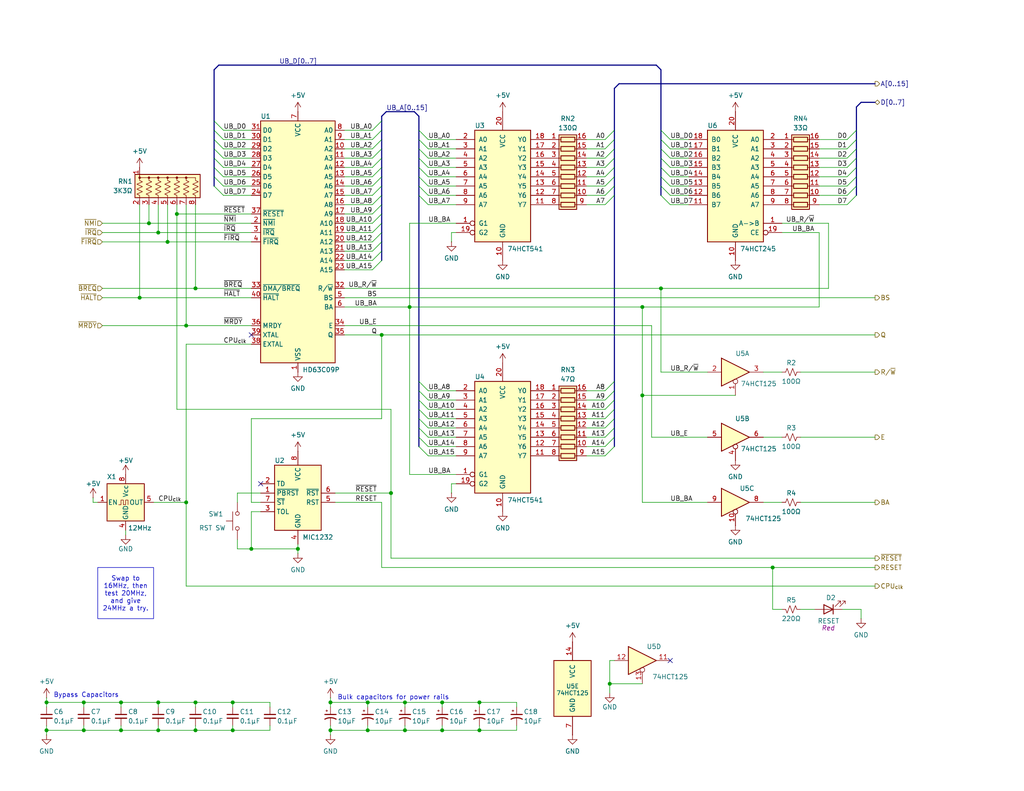
<source format=kicad_sch>
(kicad_sch (version 20250114) (generator "eeschema") (generator_version "9.0")
  (paper "USLetter")
  (title_block (title "CPU - Reset - Bus Buffers") (date "2025-12-01") (rev "2.0") (company "MicroHobbyist") (comment 1 "Frédéric Segard"))
  (text "Bypass Capacitors" (at 14.605 189.865 0) (effects (font (size 1.27 1.27)) (justify left)))
  (text "Bulk capacitors for power rails" (at 92.075 190.5 0) (effects (font (size 1.27 1.27)) (justify left)))
  (text_box "Swap to 16MHz, then test 20MHz, and give 24MHz a try." (at 26.67 154.94 0) (size 15.24 13.97) (margins 0.9525 0.9525 0.9525 0.9525) (effects (font (size 1.27 1.27))))
  (junction (at 81.28 149.86))
  (junction (at 33.02 199.39))
  (junction (at 90.17 199.39))
  (junction (at 106.68 134.62))
  (junction (at 43.18 199.39))
  (junction (at 130.81 191.77))
  (junction (at 120.65 191.77))
  (junction (at 175.26 83.82))
  (junction (at 104.14 91.44))
  (junction (at 166.37 186.69))
  (junction (at 100.33 199.39))
  (junction (at 180.34 78.74))
  (junction (at 53.34 191.77))
  (junction (at 53.34 78.74))
  (junction (at 53.34 199.39))
  (junction (at 210.82 154.94))
  (junction (at 12.7 191.77))
  (junction (at 43.18 191.77))
  (junction (at 110.49 191.77))
  (junction (at 111.76 83.82))
  (junction (at 22.86 199.39))
  (junction (at 90.17 191.77))
  (junction (at 38.1 81.28))
  (junction (at 68.58 149.86))
  (junction (at 100.33 191.77))
  (junction (at 130.81 199.39))
  (junction (at 45.72 66.04))
  (junction (at 63.5 191.77))
  (junction (at 43.18 63.5))
  (junction (at 175.26 107.95))
  (junction (at 50.8 137.16))
  (junction (at 22.86 191.77))
  (junction (at 12.7 199.39))
  (junction (at 33.02 191.77))
  (junction (at 63.5 199.39))
  (junction (at 110.49 199.39))
  (junction (at 40.64 60.96))
  (junction (at 48.26 58.42))
  (junction (at 50.8 88.9))
  (junction (at 120.65 199.39))
  (no_connect (at 68.58 91.44))
  (no_connect (at 182.88 180.34))
  (no_connect (at 71.12 132.08))
  (bus_entry (at 58.42 48.26) (size 2.54 2.54))
  (bus_entry (at 180.34 53.34) (size 2.54 2.54))
  (bus_entry (at 101.6 73.66) (size 2.54 -2.54))
  (bus_entry (at 165.1 53.34) (size 2.54 -2.54))
  (bus_entry (at 58.42 45.72) (size 2.54 2.54))
  (bus_entry (at 114.3 111.76) (size 2.54 2.54))
  (bus_entry (at 231.14 48.26) (size 2.54 -2.54))
  (bus_entry (at 114.3 43.18) (size 2.54 2.54))
  (bus_entry (at 180.34 43.18) (size 2.54 2.54))
  (bus_entry (at 180.34 38.1) (size 2.54 2.54))
  (bus_entry (at 165.1 114.3) (size 2.54 -2.54))
  (bus_entry (at 231.14 43.18) (size 2.54 -2.54))
  (bus_entry (at 165.1 43.18) (size 2.54 -2.54))
  (bus_entry (at 165.1 124.46) (size 2.54 -2.54))
  (bus_entry (at 231.14 38.1) (size 2.54 -2.54))
  (bus_entry (at 114.3 38.1) (size 2.54 2.54))
  (bus_entry (at 114.3 114.3) (size 2.54 2.54))
  (bus_entry (at 180.34 45.72) (size 2.54 2.54))
  (bus_entry (at 165.1 38.1) (size 2.54 -2.54))
  (bus_entry (at 101.6 43.18) (size 2.54 -2.54))
  (bus_entry (at 114.3 109.22) (size 2.54 2.54))
  (bus_entry (at 101.6 48.26) (size 2.54 -2.54))
  (bus_entry (at 165.1 106.68) (size 2.54 -2.54))
  (bus_entry (at 101.6 58.42) (size 2.54 -2.54))
  (bus_entry (at 180.34 50.8) (size 2.54 2.54))
  (bus_entry (at 165.1 45.72) (size 2.54 -2.54))
  (bus_entry (at 58.42 43.18) (size 2.54 2.54))
  (bus_entry (at 165.1 48.26) (size 2.54 -2.54))
  (bus_entry (at 114.3 106.68) (size 2.54 2.54))
  (bus_entry (at 114.3 119.38) (size 2.54 2.54))
  (bus_entry (at 165.1 119.38) (size 2.54 -2.54))
  (bus_entry (at 101.6 40.64) (size 2.54 -2.54))
  (bus_entry (at 165.1 40.64) (size 2.54 -2.54))
  (bus_entry (at 180.34 35.56) (size 2.54 2.54))
  (bus_entry (at 58.42 50.8) (size 2.54 2.54))
  (bus_entry (at 58.42 33.02) (size 2.54 2.54))
  (bus_entry (at 114.3 35.56) (size 2.54 2.54))
  (bus_entry (at 180.34 40.64) (size 2.54 2.54))
  (bus_entry (at 58.42 38.1) (size 2.54 2.54))
  (bus_entry (at 58.42 35.56) (size 2.54 2.54))
  (bus_entry (at 114.3 50.8) (size 2.54 2.54))
  (bus_entry (at 101.6 66.04) (size 2.54 -2.54))
  (bus_entry (at 114.3 104.14) (size 2.54 2.54))
  (bus_entry (at 165.1 111.76) (size 2.54 -2.54))
  (bus_entry (at 231.14 45.72) (size 2.54 -2.54))
  (bus_entry (at 165.1 116.84) (size 2.54 -2.54))
  (bus_entry (at 114.3 45.72) (size 2.54 2.54))
  (bus_entry (at 165.1 50.8) (size 2.54 -2.54))
  (bus_entry (at 114.3 116.84) (size 2.54 2.54))
  (bus_entry (at 180.34 48.26) (size 2.54 2.54))
  (bus_entry (at 101.6 45.72) (size 2.54 -2.54))
  (bus_entry (at 114.3 40.64) (size 2.54 2.54))
  (bus_entry (at 101.6 55.88) (size 2.54 -2.54))
  (bus_entry (at 231.14 50.8) (size 2.54 -2.54))
  (bus_entry (at 101.6 71.12) (size 2.54 -2.54))
  (bus_entry (at 114.3 48.26) (size 2.54 2.54))
  (bus_entry (at 231.14 55.88) (size 2.54 -2.54))
  (bus_entry (at 114.3 121.92) (size 2.54 2.54))
  (bus_entry (at 101.6 53.34) (size 2.54 -2.54))
  (bus_entry (at 101.6 60.96) (size 2.54 -2.54))
  (bus_entry (at 231.14 40.64) (size 2.54 -2.54))
  (bus_entry (at 165.1 121.92) (size 2.54 -2.54))
  (bus_entry (at 101.6 35.56) (size 2.54 -2.54))
  (bus_entry (at 231.14 53.34) (size 2.54 -2.54))
  (bus_entry (at 101.6 38.1) (size 2.54 -2.54))
  (bus_entry (at 101.6 63.5) (size 2.54 -2.54))
  (bus_entry (at 165.1 55.88) (size 2.54 -2.54))
  (bus_entry (at 101.6 50.8) (size 2.54 -2.54))
  (bus_entry (at 101.6 68.58) (size 2.54 -2.54))
  (bus_entry (at 114.3 53.34) (size 2.54 2.54))
  (bus_entry (at 165.1 109.22) (size 2.54 -2.54))
  (bus_entry (at 58.42 40.64) (size 2.54 2.54))
  (wire (pts (xy 53.34 198.12) (xy 53.34 199.39)))
  (wire (pts (xy 124.46 124.46) (xy 116.84 124.46)))
  (wire (pts (xy 40.64 55.88) (xy 40.64 60.96)))
  (wire (pts (xy 111.76 60.96) (xy 111.76 83.82)))
  (wire (pts (xy 124.46 119.38) (xy 116.84 119.38)))
  (wire (pts (xy 175.26 83.82) (xy 175.26 107.95)))
  (bus (pts (xy 104.14 38.1) (xy 104.14 40.64)))
  (bus (pts (xy 180.34 19.05) (xy 180.34 35.56)))
  (bus (pts (xy 114.3 116.84) (xy 114.3 119.38)))
  (bus (pts (xy 105.41 30.48) (xy 113.03 30.48)))
  (bus (pts (xy 104.14 43.18) (xy 104.14 45.72)))
  (wire (pts (xy 111.76 83.82) (xy 111.76 129.54)))
  (wire (pts (xy 160.02 106.68) (xy 165.1 106.68)))
  (wire (pts (xy 93.98 88.9) (xy 177.8 88.9)))
  (wire (pts (xy 160.02 40.64) (xy 165.1 40.64)))
  (wire (pts (xy 48.26 58.42) (xy 68.58 58.42)))
  (wire (pts (xy 27.94 78.74) (xy 53.34 78.74)))
  (wire (pts (xy 64.77 149.86) (xy 68.58 149.86)))
  (wire (pts (xy 93.98 50.8) (xy 101.6 50.8)))
  (wire (pts (xy 110.49 199.39) (xy 120.65 199.39)))
  (wire (pts (xy 182.88 53.34) (xy 187.96 53.34)))
  (wire (pts (xy 93.98 71.12) (xy 101.6 71.12)))
  (bus (pts (xy 233.68 29.21) (xy 233.68 35.56)))
  (bus (pts (xy 58.42 40.64) (xy 58.42 38.1)))
  (wire (pts (xy 33.02 191.77) (xy 43.18 191.77)))
  (bus (pts (xy 104.14 33.02) (xy 104.14 35.56)))
  (wire (pts (xy 100.33 191.77) (xy 100.33 193.04)))
  (wire (pts (xy 68.58 139.7) (xy 68.58 149.86)))
  (wire (pts (xy 104.14 91.44) (xy 238.76 91.44)))
  (wire (pts (xy 60.96 48.26) (xy 68.58 48.26)))
  (wire (pts (xy 27.94 60.96) (xy 40.64 60.96)))
  (wire (pts (xy 93.98 83.82) (xy 111.76 83.82)))
  (wire (pts (xy 90.17 191.77) (xy 90.17 193.04)))
  (bus (pts (xy 234.95 27.94) (xy 238.76 27.94)))
  (wire (pts (xy 110.49 191.77) (xy 120.65 191.77)))
  (wire (pts (xy 64.77 134.62) (xy 71.12 134.62)))
  (wire (pts (xy 226.06 60.96) (xy 226.06 78.74)))
  (wire (pts (xy 160.02 45.72) (xy 165.1 45.72)))
  (wire (pts (xy 208.28 119.38) (xy 213.36 119.38)))
  (wire (pts (xy 43.18 63.5) (xy 68.58 63.5)))
  (wire (pts (xy 140.97 191.77) (xy 140.97 193.04)))
  (wire (pts (xy 27.94 81.28) (xy 38.1 81.28)))
  (wire (pts (xy 166.37 186.69) (xy 166.37 189.23)))
  (bus (pts (xy 167.64 53.34) (xy 167.64 50.8)))
  (wire (pts (xy 40.64 60.96) (xy 68.58 60.96)))
  (bus (pts (xy 104.14 58.42) (xy 104.14 60.96)))
  (wire (pts (xy 160.02 111.76) (xy 165.1 111.76)))
  (wire (pts (xy 33.02 191.77) (xy 33.02 193.04)))
  (bus (pts (xy 114.3 35.56) (xy 114.3 38.1)))
  (bus (pts (xy 167.64 121.92) (xy 167.64 119.38)))
  (wire (pts (xy 93.98 60.96) (xy 101.6 60.96)))
  (wire (pts (xy 27.94 66.04) (xy 45.72 66.04)))
  (wire (pts (xy 123.19 63.5) (xy 123.19 66.04)))
  (bus (pts (xy 104.14 31.75) (xy 104.14 33.02)))
  (wire (pts (xy 53.34 191.77) (xy 53.34 193.04)))
  (wire (pts (xy 120.65 199.39) (xy 130.81 199.39)))
  (wire (pts (xy 91.44 134.62) (xy 106.68 134.62)))
  (wire (pts (xy 60.96 43.18) (xy 68.58 43.18)))
  (wire (pts (xy 180.34 78.74) (xy 180.34 101.6)))
  (wire (pts (xy 223.52 53.34) (xy 231.14 53.34)))
  (wire (pts (xy 50.8 55.88) (xy 50.8 88.9)))
  (wire (pts (xy 166.37 186.69) (xy 175.26 186.69)))
  (bus (pts (xy 180.34 50.8) (xy 180.34 48.26)))
  (bus (pts (xy 233.68 35.56) (xy 233.68 38.1)))
  (bus (pts (xy 114.3 31.75) (xy 114.3 35.56)))
  (wire (pts (xy 130.81 191.77) (xy 130.81 193.04)))
  (wire (pts (xy 53.34 191.77) (xy 63.5 191.77)))
  (wire (pts (xy 63.5 199.39) (xy 73.66 199.39)))
  (bus (pts (xy 104.14 53.34) (xy 104.14 55.88)))
  (wire (pts (xy 33.02 198.12) (xy 33.02 199.39)))
  (wire (pts (xy 48.26 55.88) (xy 48.26 58.42)))
  (wire (pts (xy 160.02 116.84) (xy 165.1 116.84)))
  (wire (pts (xy 140.97 198.12) (xy 140.97 199.39)))
  (wire (pts (xy 177.8 119.38) (xy 193.04 119.38)))
  (wire (pts (xy 60.96 50.8) (xy 68.58 50.8)))
  (wire (pts (xy 64.77 134.62) (xy 64.77 137.16)))
  (wire (pts (xy 106.68 111.76) (xy 106.68 134.62)))
  (wire (pts (xy 93.98 81.28) (xy 238.76 81.28)))
  (wire (pts (xy 100.33 191.77) (xy 110.49 191.77)))
  (wire (pts (xy 48.26 58.42) (xy 48.26 111.76)))
  (wire (pts (xy 124.46 53.34) (xy 116.84 53.34)))
  (wire (pts (xy 177.8 88.9) (xy 177.8 119.38)))
  (wire (pts (xy 166.37 180.34) (xy 167.64 180.34)))
  (wire (pts (xy 93.98 35.56) (xy 101.6 35.56)))
  (bus (pts (xy 104.14 60.96) (xy 104.14 63.5)))
  (bus (pts (xy 104.14 66.04) (xy 104.14 68.58)))
  (wire (pts (xy 93.98 63.5) (xy 101.6 63.5)))
  (wire (pts (xy 68.58 114.3) (xy 68.58 137.16)))
  (bus (pts (xy 167.64 104.14) (xy 167.64 53.34)))
  (wire (pts (xy 43.18 191.77) (xy 53.34 191.77)))
  (wire (pts (xy 180.34 101.6) (xy 193.04 101.6)))
  (wire (pts (xy 124.46 48.26) (xy 116.84 48.26)))
  (wire (pts (xy 50.8 93.98) (xy 50.8 137.16)))
  (wire (pts (xy 73.66 198.12) (xy 73.66 199.39)))
  (wire (pts (xy 93.98 55.88) (xy 101.6 55.88)))
  (wire (pts (xy 22.86 199.39) (xy 33.02 199.39)))
  (wire (pts (xy 64.77 147.32) (xy 64.77 149.86)))
  (wire (pts (xy 63.5 191.77) (xy 73.66 191.77)))
  (bus (pts (xy 59.69 17.78) (xy 179.07 17.78)))
  (wire (pts (xy 166.37 180.34) (xy 166.37 186.69)))
  (bus (pts (xy 167.64 45.72) (xy 167.64 43.18)))
  (wire (pts (xy 22.86 198.12) (xy 22.86 199.39)))
  (wire (pts (xy 93.98 91.44) (xy 104.14 91.44)))
  (wire (pts (xy 123.19 132.08) (xy 124.46 132.08)))
  (bus (pts (xy 180.34 48.26) (xy 180.34 45.72)))
  (wire (pts (xy 223.52 50.8) (xy 231.14 50.8)))
  (wire (pts (xy 43.18 199.39) (xy 53.34 199.39)))
  (wire (pts (xy 45.72 55.88) (xy 45.72 66.04)))
  (wire (pts (xy 180.34 78.74) (xy 226.06 78.74)))
  (wire (pts (xy 123.19 132.08) (xy 123.19 134.62)))
  (wire (pts (xy 93.98 38.1) (xy 101.6 38.1)))
  (wire (pts (xy 106.68 152.4) (xy 238.76 152.4)))
  (bus (pts (xy 104.14 48.26) (xy 104.14 50.8)))
  (wire (pts (xy 60.96 40.64) (xy 68.58 40.64)))
  (wire (pts (xy 38.1 55.88) (xy 38.1 81.28)))
  (wire (pts (xy 124.46 114.3) (xy 116.84 114.3)))
  (wire (pts (xy 124.46 38.1) (xy 116.84 38.1)))
  (wire (pts (xy 175.26 107.95) (xy 175.26 137.16)))
  (wire (pts (xy 223.52 45.72) (xy 231.14 45.72)))
  (wire (pts (xy 182.88 45.72) (xy 187.96 45.72)))
  (wire (pts (xy 22.86 191.77) (xy 22.86 193.04)))
  (wire (pts (xy 12.7 191.77) (xy 12.7 193.04)))
  (wire (pts (xy 60.96 53.34) (xy 68.58 53.34)))
  (bus (pts (xy 114.3 43.18) (xy 114.3 45.72)))
  (bus (pts (xy 114.3 53.34) (xy 114.3 104.14)))
  (bus (pts (xy 167.64 109.22) (xy 167.64 106.68)))
  (wire (pts (xy 123.19 63.5) (xy 124.46 63.5)))
  (wire (pts (xy 223.52 63.5) (xy 223.52 83.82)))
  (wire (pts (xy 111.76 129.54) (xy 124.46 129.54)))
  (wire (pts (xy 12.7 199.39) (xy 22.86 199.39)))
  (bus (pts (xy 58.42 48.26) (xy 58.42 45.72)))
  (wire (pts (xy 50.8 160.02) (xy 238.76 160.02)))
  (wire (pts (xy 43.18 191.77) (xy 43.18 193.04)))
  (bus (pts (xy 104.14 45.72) (xy 104.14 48.26)))
  (wire (pts (xy 12.7 191.77) (xy 22.86 191.77)))
  (wire (pts (xy 120.65 198.12) (xy 120.65 199.39)))
  (wire (pts (xy 124.46 55.88) (xy 116.84 55.88)))
  (wire (pts (xy 50.8 93.98) (xy 68.58 93.98)))
  (wire (pts (xy 218.44 119.38) (xy 238.76 119.38)))
  (bus (pts (xy 180.34 53.34) (xy 180.34 50.8)))
  (wire (pts (xy 182.88 50.8) (xy 187.96 50.8)))
  (bus (pts (xy 180.34 40.64) (xy 180.34 38.1)))
  (wire (pts (xy 27.94 88.9) (xy 50.8 88.9)))
  (wire (pts (xy 53.34 78.74) (xy 68.58 78.74)))
  (wire (pts (xy 63.5 191.77) (xy 63.5 193.04)))
  (bus (pts (xy 114.3 104.14) (xy 114.3 106.68)))
  (bus (pts (xy 167.64 106.68) (xy 167.64 104.14)))
  (wire (pts (xy 213.36 60.96) (xy 226.06 60.96)))
  (wire (pts (xy 90.17 190.5) (xy 90.17 191.77)))
  (bus (pts (xy 167.64 35.56) (xy 167.64 24.13)))
  (bus (pts (xy 167.64 50.8) (xy 167.64 48.26)))
  (wire (pts (xy 175.26 137.16) (xy 193.04 137.16)))
  (bus (pts (xy 114.3 119.38) (xy 114.3 121.92)))
  (bus (pts (xy 167.64 38.1) (xy 167.64 35.56)))
  (wire (pts (xy 25.4 135.89) (xy 25.4 137.16)))
  (wire (pts (xy 93.98 66.04) (xy 101.6 66.04)))
  (bus (pts (xy 180.34 38.1) (xy 180.34 35.56)))
  (bus (pts (xy 114.3 48.26) (xy 114.3 50.8)))
  (wire (pts (xy 213.36 63.5) (xy 223.52 63.5)))
  (bus (pts (xy 114.3 109.22) (xy 114.3 111.76)))
  (wire (pts (xy 210.82 154.94) (xy 210.82 166.37)))
  (bus (pts (xy 58.42 38.1) (xy 58.42 35.56)))
  (wire (pts (xy 210.82 154.94) (xy 238.76 154.94)))
  (wire (pts (xy 208.28 101.6) (xy 213.36 101.6)))
  (bus (pts (xy 180.34 19.05) (xy 179.07 17.78)))
  (wire (pts (xy 223.52 43.18) (xy 231.14 43.18)))
  (wire (pts (xy 160.02 50.8) (xy 165.1 50.8)))
  (wire (pts (xy 160.02 121.92) (xy 165.1 121.92)))
  (bus (pts (xy 167.64 114.3) (xy 167.64 111.76)))
  (bus (pts (xy 233.68 40.64) (xy 233.68 43.18)))
  (wire (pts (xy 182.88 48.26) (xy 187.96 48.26)))
  (bus (pts (xy 180.34 45.72) (xy 180.34 43.18)))
  (wire (pts (xy 68.58 114.3) (xy 104.14 114.3)))
  (wire (pts (xy 160.02 119.38) (xy 165.1 119.38)))
  (wire (pts (xy 160.02 43.18) (xy 165.1 43.18)))
  (wire (pts (xy 50.8 88.9) (xy 68.58 88.9)))
  (wire (pts (xy 93.98 53.34) (xy 101.6 53.34)))
  (bus (pts (xy 167.64 111.76) (xy 167.64 109.22)))
  (bus (pts (xy 58.42 19.05) (xy 59.69 17.78)))
  (wire (pts (xy 60.96 38.1) (xy 68.58 38.1)))
  (wire (pts (xy 12.7 190.5) (xy 12.7 191.77)))
  (wire (pts (xy 223.52 40.64) (xy 231.14 40.64)))
  (wire (pts (xy 43.18 198.12) (xy 43.18 199.39)))
  (wire (pts (xy 120.65 191.77) (xy 130.81 191.77)))
  (wire (pts (xy 100.33 199.39) (xy 110.49 199.39)))
  (wire (pts (xy 208.28 137.16) (xy 213.36 137.16)))
  (wire (pts (xy 124.46 109.22) (xy 116.84 109.22)))
  (bus (pts (xy 167.64 119.38) (xy 167.64 116.84)))
  (wire (pts (xy 175.26 107.95) (xy 200.66 107.95)))
  (wire (pts (xy 218.44 101.6) (xy 238.76 101.6)))
  (bus (pts (xy 168.91 22.86) (xy 238.76 22.86)))
  (wire (pts (xy 106.68 134.62) (xy 106.68 152.4)))
  (wire (pts (xy 104.14 91.44) (xy 104.14 114.3)))
  (wire (pts (xy 223.52 38.1) (xy 231.14 38.1)))
  (bus (pts (xy 114.3 106.68) (xy 114.3 109.22)))
  (bus (pts (xy 180.34 43.18) (xy 180.34 40.64)))
  (wire (pts (xy 25.4 137.16) (xy 26.67 137.16)))
  (bus (pts (xy 104.14 50.8) (xy 104.14 53.34)))
  (wire (pts (xy 124.46 45.72) (xy 116.84 45.72)))
  (bus (pts (xy 104.14 31.75) (xy 105.41 30.48)))
  (bus (pts (xy 114.3 45.72) (xy 114.3 48.26)))
  (wire (pts (xy 182.88 43.18) (xy 187.96 43.18)))
  (wire (pts (xy 91.44 137.16) (xy 104.14 137.16)))
  (wire (pts (xy 218.44 137.16) (xy 238.76 137.16)))
  (wire (pts (xy 110.49 198.12) (xy 110.49 199.39)))
  (wire (pts (xy 93.98 68.58) (xy 101.6 68.58)))
  (wire (pts (xy 210.82 166.37) (xy 213.36 166.37)))
  (bus (pts (xy 233.68 45.72) (xy 233.68 48.26)))
  (wire (pts (xy 90.17 198.12) (xy 90.17 199.39)))
  (bus (pts (xy 233.68 29.21) (xy 234.95 27.94)))
  (wire (pts (xy 93.98 43.18) (xy 101.6 43.18)))
  (wire (pts (xy 33.02 199.39) (xy 43.18 199.39)))
  (wire (pts (xy 27.94 63.5) (xy 43.18 63.5)))
  (wire (pts (xy 93.98 45.72) (xy 101.6 45.72)))
  (wire (pts (xy 90.17 199.39) (xy 90.17 200.66)))
  (wire (pts (xy 160.02 53.34) (xy 165.1 53.34)))
  (bus (pts (xy 114.3 111.76) (xy 114.3 114.3)))
  (bus (pts (xy 167.64 48.26) (xy 167.64 45.72)))
  (wire (pts (xy 43.18 55.88) (xy 43.18 63.5)))
  (bus (pts (xy 233.68 38.1) (xy 233.68 40.64)))
  (wire (pts (xy 104.14 154.94) (xy 210.82 154.94)))
  (wire (pts (xy 68.58 137.16) (xy 71.12 137.16)))
  (wire (pts (xy 111.76 60.96) (xy 124.46 60.96)))
  (bus (pts (xy 58.42 35.56) (xy 58.42 33.02)))
  (wire (pts (xy 234.95 166.37) (xy 234.95 168.91)))
  (wire (pts (xy 48.26 111.76) (xy 106.68 111.76)))
  (bus (pts (xy 104.14 55.88) (xy 104.14 58.42)))
  (bus (pts (xy 104.14 63.5) (xy 104.14 66.04)))
  (wire (pts (xy 160.02 55.88) (xy 165.1 55.88)))
  (wire (pts (xy 160.02 124.46) (xy 165.1 124.46)))
  (bus (pts (xy 58.42 50.8) (xy 58.42 48.26)))
  (bus (pts (xy 114.3 50.8) (xy 114.3 53.34)))
  (wire (pts (xy 223.52 55.88) (xy 231.14 55.88)))
  (bus (pts (xy 167.64 116.84) (xy 167.64 114.3)))
  (wire (pts (xy 53.34 55.88) (xy 53.34 78.74)))
  (wire (pts (xy 130.81 198.12) (xy 130.81 199.39)))
  (bus (pts (xy 233.68 50.8) (xy 233.68 53.34)))
  (wire (pts (xy 93.98 73.66) (xy 101.6 73.66)))
  (wire (pts (xy 81.28 151.13) (xy 81.28 149.86)))
  (wire (pts (xy 160.02 38.1) (xy 165.1 38.1)))
  (bus (pts (xy 233.68 48.26) (xy 233.68 50.8)))
  (bus (pts (xy 114.3 114.3) (xy 114.3 116.84)))
  (wire (pts (xy 93.98 58.42) (xy 101.6 58.42)))
  (wire (pts (xy 45.72 66.04) (xy 68.58 66.04)))
  (wire (pts (xy 111.76 83.82) (xy 175.26 83.82)))
  (wire (pts (xy 81.28 149.86) (xy 81.28 148.59)))
  (wire (pts (xy 124.46 111.76) (xy 116.84 111.76)))
  (wire (pts (xy 175.26 83.82) (xy 223.52 83.82)))
  (wire (pts (xy 12.7 198.12) (xy 12.7 199.39)))
  (wire (pts (xy 90.17 199.39) (xy 100.33 199.39)))
  (wire (pts (xy 68.58 149.86) (xy 81.28 149.86)))
  (wire (pts (xy 130.81 199.39) (xy 140.97 199.39)))
  (wire (pts (xy 22.86 191.77) (xy 33.02 191.77)))
  (wire (pts (xy 160.02 114.3) (xy 165.1 114.3)))
  (wire (pts (xy 160.02 48.26) (xy 165.1 48.26)))
  (bus (pts (xy 114.3 31.75) (xy 113.03 30.48)))
  (wire (pts (xy 182.88 55.88) (xy 187.96 55.88)))
  (wire (pts (xy 229.87 166.37) (xy 234.95 166.37)))
  (bus (pts (xy 233.68 43.18) (xy 233.68 45.72)))
  (wire (pts (xy 68.58 139.7) (xy 71.12 139.7)))
  (bus (pts (xy 104.14 35.56) (xy 104.14 38.1)))
  (wire (pts (xy 93.98 48.26) (xy 101.6 48.26)))
  (wire (pts (xy 124.46 116.84) (xy 116.84 116.84)))
  (wire (pts (xy 90.17 191.77) (xy 100.33 191.77)))
  (bus (pts (xy 104.14 68.58) (xy 104.14 71.12)))
  (bus (pts (xy 114.3 38.1) (xy 114.3 40.64)))
  (bus (pts (xy 167.64 40.64) (xy 167.64 38.1)))
  (wire (pts (xy 50.8 137.16) (xy 50.8 160.02)))
  (wire (pts (xy 182.88 40.64) (xy 187.96 40.64)))
  (wire (pts (xy 38.1 81.28) (xy 68.58 81.28)))
  (bus (pts (xy 58.42 33.02) (xy 58.42 19.05)))
  (bus (pts (xy 114.3 40.64) (xy 114.3 43.18)))
  (wire (pts (xy 60.96 45.72) (xy 68.58 45.72)))
  (wire (pts (xy 182.88 38.1) (xy 187.96 38.1)))
  (bus (pts (xy 167.64 24.13) (xy 168.91 22.86)))
  (bus (pts (xy 167.64 43.18) (xy 167.64 40.64)))
  (wire (pts (xy 53.34 199.39) (xy 63.5 199.39)))
  (wire (pts (xy 110.49 191.77) (xy 110.49 193.04)))
  (bus (pts (xy 104.14 40.64) (xy 104.14 43.18)))
  (wire (pts (xy 218.44 166.37) (xy 222.25 166.37)))
  (wire (pts (xy 12.7 199.39) (xy 12.7 200.66)))
  (wire (pts (xy 124.46 121.92) (xy 116.84 121.92)))
  (wire (pts (xy 160.02 109.22) (xy 165.1 109.22)))
  (wire (pts (xy 124.46 43.18) (xy 116.84 43.18)))
  (wire (pts (xy 104.14 137.16) (xy 104.14 154.94)))
  (wire (pts (xy 124.46 40.64) (xy 116.84 40.64)))
  (wire (pts (xy 34.29 146.05) (xy 34.29 144.78)))
  (wire (pts (xy 60.96 35.56) (xy 68.58 35.56)))
  (wire (pts (xy 124.46 50.8) (xy 116.84 50.8)))
  (wire (pts (xy 73.66 191.77) (xy 73.66 193.04)))
  (wire (pts (xy 120.65 191.77) (xy 120.65 193.04)))
  (wire (pts (xy 93.98 78.74) (xy 180.34 78.74)))
  (wire (pts (xy 130.81 191.77) (xy 140.97 191.77)))
  (wire (pts (xy 41.91 137.16) (xy 50.8 137.16)))
  (wire (pts (xy 93.98 40.64) (xy 101.6 40.64)))
  (wire (pts (xy 63.5 198.12) (xy 63.5 199.39)))
  (wire (pts (xy 100.33 198.12) (xy 100.33 199.39)))
  (wire (pts (xy 124.46 106.68) (xy 116.84 106.68)))
  (bus (pts (xy 58.42 43.18) (xy 58.42 40.64)))
  (bus (pts (xy 58.42 45.72) (xy 58.42 43.18)))
  (wire (pts (xy 223.52 48.26) (xy 231.14 48.26)))
  (label "UB_A[0..15]" (at 105.41 30.48 0))
  (label "UB_R{slash}~{W}" (at 182.88 101.6 0))
  (label "UB_A5" (at 116.84 50.8 0))
  (label "UB_E" (at 182.88 119.38 0))
  (label "UB_D4" (at 60.96 45.72 0))
  (label "A13" (at 165.1 119.38 180))
  (label "UB_R{slash}~{W}" (at 222.25 60.96 180))
  (label "Q" (at 102.87 91.44 180))
  (label "RESET" (at 102.87 137.16 180))
  (label "A14" (at 165.1 121.92 180))
  (label "UB_BA" (at 116.84 60.96 0))
  (label "UB_A6" (at 116.84 53.34 0))
  (label "D0" (at 231.14 38.1 180))
  (label "~{HALT}" (at 60.96 81.28 0))
  (label "UB_A4" (at 116.84 48.26 0))
  (label "UB_A15" (at 116.84 124.46 0))
  (label "UB_A1" (at 101.6 38.1 180))
  (label "UB_A7" (at 116.84 55.88 0))
  (label "~{NMI}" (at 60.96 60.96 0))
  (label "~{MRDY}" (at 60.96 88.9 0))
  (label "A0" (at 165.1 38.1 180))
  (label "UB_D2" (at 182.88 43.18 0))
  (label "UB_A2" (at 101.6 40.64 180))
  (label "UB_A5" (at 101.6 48.26 180))
  (label "UB_A13" (at 101.6 68.58 180))
  (label "UB_D7" (at 60.96 53.34 0))
  (label "UB_D4" (at 182.88 48.26 0))
  (label "UB_D3" (at 60.96 43.18 0))
  (label "UB_A11" (at 101.6 63.5 180))
  (label "UB_D7" (at 182.88 55.88 0))
  (label "~{IRQ}" (at 60.96 63.5 0))
  (label "UB_A3" (at 116.84 45.72 0))
  (label "UB_BA" (at 102.87 83.82 180))
  (label "UB_A12" (at 116.84 116.84 0))
  (label "UB_BA" (at 222.25 63.5 180))
  (label "UB_D1" (at 60.96 38.1 0))
  (label "~{FIRQ}" (at 60.96 66.04 0))
  (label "UB_A10" (at 116.84 111.76 0))
  (label "UB_A8" (at 116.84 106.68 0))
  (label "A4" (at 165.1 48.26 180))
  (label "UB_A7" (at 101.6 53.34 180))
  (label "D4" (at 231.14 48.26 180))
  (label "D6" (at 231.14 53.34 180))
  (label "A2" (at 165.1 43.18 180))
  (label "UB_E" (at 102.87 88.9 180))
  (label "UB_A11" (at 116.84 114.3 0))
  (label "A3" (at 165.1 45.72 180))
  (label "UB_D1" (at 182.88 40.64 0))
  (label "UB_A8" (at 101.6 55.88 180))
  (label "UB_A14" (at 116.84 121.92 0))
  (label "UB_D0" (at 60.96 35.56 0))
  (label "D2" (at 231.14 43.18 180))
  (label "UB_A15" (at 101.6 73.66 180))
  (label "UB_D6" (at 60.96 50.8 0))
  (label "UB_D[0..7]" (at 76.2 17.78 0))
  (label "A12" (at 165.1 116.84 180))
  (label "A9" (at 165.1 109.22 180))
  (label "A1" (at 165.1 40.64 180))
  (label "BS" (at 102.87 81.28 180))
  (label "D7" (at 231.14 55.88 180))
  (label "UB_A0" (at 116.84 38.1 0))
  (label "A15" (at 165.1 124.46 180))
  (label "UB_A2" (at 116.84 43.18 0))
  (label "D1" (at 231.14 40.64 180))
  (label "A7" (at 165.1 55.88 180))
  (label "UB_A10" (at 101.6 60.96 180))
  (label "UB_BA" (at 116.84 129.54 0))
  (label "A10" (at 165.1 111.76 180))
  (label "UB_A6" (at 101.6 50.8 180))
  (label "UB_A14" (at 101.6 71.12 180))
  (label "UB_A3" (at 101.6 43.18 180))
  (label "UB_BA" (at 182.88 137.16 0))
  (label "UB_D3" (at 182.88 45.72 0))
  (label "UB_A0" (at 101.6 35.56 180))
  (label "UB_D2" (at 60.96 40.64 0))
  (label "UB_A1" (at 116.84 40.64 0))
  (label "UB_A9" (at 116.84 109.22 0))
  (label "UB_D0" (at 182.88 38.1 0))
  (label "~{BREQ}" (at 60.96 78.74 0))
  (label "UB_A9" (at 101.6 58.42 180))
  (label "A11" (at 165.1 114.3 180))
  (label "~{RESET}" (at 102.87 134.62 180))
  (label "A5" (at 165.1 50.8 180))
  (label "A6" (at 165.1 53.34 180))
  (label "D3" (at 231.14 45.72 180))
  (label "UB_D5" (at 182.88 50.8 0))
  (label "CPU_{clk}" (at 60.96 93.98 0))
  (label "UB_D5" (at 60.96 48.26 0))
  (label "UB_R{slash}~{W}" (at 102.87 78.74 180))
  (label "UB_A12" (at 101.6 66.04 180))
  (label "UB_A4" (at 101.6 45.72 180))
  (label "CPU_{clk}" (at 43.18 137.16 0))
  (label "A8" (at 165.1 106.68 180))
  (label "UB_D6" (at 182.88 53.34 0))
  (label "D5" (at 231.14 50.8 180))
  (label "UB_A13" (at 116.84 119.38 0))
  (label "~{RESET}" (at 60.96 58.42 0))
  (hierarchical_label "R{slash}~{W}" (shape output) (at 238.76 101.6 0))
  (hierarchical_label "BS" (shape output) (at 238.76 81.28 0))
  (hierarchical_label "~{MRDY}" (shape input) (at 27.94 88.9 180))
  (hierarchical_label "E" (shape output) (at 238.76 119.38 0))
  (hierarchical_label "A[0..15]" (shape output) (at 238.76 22.86 0))
  (hierarchical_label "~{NMI}" (shape input) (at 27.94 60.96 180))
  (hierarchical_label "CPU_{clk}" (shape output) (at 238.76 160.02 0))
  (hierarchical_label "~{BREQ}" (shape input) (at 27.94 78.74 180))
  (hierarchical_label "Q" (shape output) (at 238.76 91.44 0))
  (hierarchical_label "~{RESET}" (shape output) (at 238.76 152.4 0))
  (hierarchical_label "D[0..7]" (shape bidirectional) (at 238.76 27.94 0))
  (hierarchical_label "~{FIRQ}" (shape input) (at 27.94 66.04 180))
  (hierarchical_label "RESET" (shape output) (at 238.76 154.94 0))
  (hierarchical_label "BA" (shape output) (at 238.76 137.16 0))
  (hierarchical_label "~{HALT}" (shape input) (at 27.94 81.28 180))
  (hierarchical_label "~{IRQ}" (shape input) (at 27.94 63.5 180))
  (symbol (lib_id "power:GND") (at 34.29 146.05 0) (unit 1)
    (property "Reference" "#PWR012" (effects (hide yes)))
    (property "Value" "GND" (at 34.29 149.86 0))
    (property "Description" "Power symbol creates a global label with name \"GND\" , ground" (effects (hide yes)))
  )
  (symbol (lib_id "power:GND") (at 81.28 151.13 0) (unit 1)
    (property "Reference" "#PWR017" (effects (hide yes)))
    (property "Value" "GND" (at 81.28 155.575 0))
    (property "Description" "Power symbol creates a global label with name \"GND\" , ground" (effects (hide yes)))
  )
  (symbol (lib_id "MicroHobbyist:MIC1232") (at 81.28 127 0) (unit 1)
    (property "Reference" "U2" (at 74.93 125.73 0) (effects (justify left)))
    (property "Value" "MIC1232" (at 82.55 146.685 0) (effects (justify left)))
    (property "Footprint" "Package_DIP:DIP-8_W7.62mm_Socket" (effects (hide yes)))
    (property "Datasheet" "https://ww1.microchip.com/downloads/aemDocuments/documents/APID/ProductDocuments/DataSheets/MIC1232-5V-Voltage-Supervisor-with-Manual-Reset-Watchdog-Timer-and-Dual-Reset-Outputs-DS20006726.pdf" (effects (hide yes)))
    (property "Description" "5V Voltage Supervisor with Manual Reset, Watchdog Timer, and Dual Reset Outputs" (effects (hide yes)))
  )
  (symbol (lib_id "power:GND") (at 200.66 143.51 0) (unit 1)
    (property "Reference" "#PWR032" (effects (hide yes)))
    (property "Value" "GND" (at 200.66 147.955 0))
    (property "Description" "Power symbol creates a global label with name \"GND\" , ground" (effects (hide yes)))
  )
  (symbol (lib_id "power:GND") (at 12.7 200.66 0) (unit 1)
    (property "Reference" "#PWR09" (effects (hide yes)))
    (property "Value" "GND" (at 12.7 205.105 0))
    (property "Description" "Power symbol creates a global label with name \"GND\" , ground" (effects (hide yes)))
  )
  (symbol (lib_id "Device:C_Polarized_Small_US") (at 90.17 195.58 0) (unit 1)
    (property "Reference" "C13" (at 92.075 194.31 0) (effects (justify left)))
    (property "Value" "10µF" (at 92.075 196.85 0) (effects (justify left)))
    (property "Description" "Polarized capacitor, small US symbol" (effects (hide yes)))
  )
  (symbol (lib_id "power:GND") (at 156.21 200.66 0) (unit 1)
    (property "Reference" "#PWR027" (effects (hide yes)))
    (property "Value" "GND" (at 156.21 205.105 0))
    (property "Description" "Power symbol creates a global label with name \"GND\" , ground" (effects (hide yes)))
  )
  (symbol (lib_id "74xx:74LS125") (at 175.26 180.34 0) (unit 4)
    (property "Reference" "U5" (at 178.435 176.53 0))
    (property "Value" "74HCT125" (at 182.88 184.785 0))
    (property "Datasheet" "http://www.ti.com/lit/gpn/sn74LS125" (effects (hide yes)))
    (property "Description" "Quad buffer 3-State outputs" (effects (hide yes)))
  )
  (symbol (lib_id "Device:R_Pack08") (at 218.44 48.26 270) (unit 1)
    (property "Reference" "RN4" (at 218.44 32.385 90))
    (property "Value" "33Ω" (at 218.44 34.925 90))
    (property "Footprint" "Package_DIP:DIP-16_W7.62mm" (effects (hide yes)))
    (property "Description" "8 resistor network, parallel topology" (effects (hide yes)))
  )
  (symbol (lib_id "Device:C_Small") (at 73.66 195.58 0) (unit 1)
    (property "Reference" "C12" (at 75.565 194.31 0) (effects (justify left)))
    (property "Value" "0.1µF" (at 75.565 196.85 0) (effects (justify left)))
    (property "Description" "Unpolarized capacitor, small symbol" (effects (hide yes)))
  )
  (symbol (lib_id "Device:LED") (at 226.06 166.37 180) (unit 1)
    (property "Reference" "D2" (at 226.695 163.195 0))
    (property "Value" "RESET" (at 226.06 169.545 0))
    (property "Description" "Light emitting diode" (effects (hide yes)))
    (property "Sim.Pins" "1=K 2=A" (effects (hide yes)))
    (property "Color" "Red" (at 226.06 171.45 0) (effects (font (italic yes))))
  )
  (symbol (lib_id "power:GND") (at 123.19 66.04 0) (unit 1)
    (property "Reference" "#PWR020" (effects (hide yes)))
    (property "Value" "GND" (at 123.19 70.485 0))
    (property "Description" "Power symbol creates a global label with name \"GND\" , ground" (effects (hide yes)))
  )
  (symbol (lib_id "power:GND") (at 137.16 71.12 0) (unit 1)
    (property "Reference" "#PWR023" (effects (hide yes)))
    (property "Value" "GND" (at 137.16 75.565 0))
    (property "Description" "Power symbol creates a global label with name \"GND\" , ground" (effects (hide yes)))
  )
  (symbol (lib_id "CPU_NXP_6800:MC6809") (at 81.28 66.04 0) (unit 1)
    (property "Reference" "U1" (at 71.12 31.75 0) (effects (justify left)))
    (property "Value" "HD63C09P" (at 82.55 100.965 0) (effects (justify left)))
    (property "Footprint" "Package_DIP:DIP-40_W15.24mm_Socket" (effects (hide yes)))
    (property "Datasheet" "https://www.alldatasheet.com/datasheet-pdf/view/87219/HITACHI/HD63C09.html" (effects (hide yes)))
    (property "Description" "8-Bit Microprocessing unit 3.0MHz, DIP-40" (effects (hide yes)))
  )
  (symbol (lib_id "power:+5V") (at 12.7 190.5 0) (unit 1)
    (property "Reference" "#PWR08" (effects (hide yes)))
    (property "Value" "+5V" (at 12.7 186.055 0))
    (property "Description" "Power symbol creates a global label with name \"+5V\"" (effects (hide yes)))
  )
  (symbol (lib_id "power:+5V") (at 38.1 45.72 0) (unit 1)
    (property "Reference" "#PWR013" (effects (hide yes)))
    (property "Value" "+5V" (at 38.1 41.275 0))
    (property "Description" "Power symbol creates a global label with name \"+5V\"" (effects (hide yes)))
  )
  (symbol (lib_id "power:+5V") (at 81.28 30.48 0) (unit 1)
    (property "Reference" "#PWR014" (effects (hide yes)))
    (property "Value" "+5V" (at 81.28 26.035 0))
    (property "Description" "Power symbol creates a global label with name \"+5V\"" (effects (hide yes)))
  )
  (symbol (lib_id "Device:R_Small_US") (at 215.9 101.6 90) (unit 1)
    (property "Reference" "R2" (at 215.9 99.06 90))
    (property "Value" "100Ω" (at 215.9 104.14 90))
    (property "Description" "Resistor, small US symbol" (effects (hide yes)))
  )
  (symbol (lib_id "74xx:74LS125") (at 200.66 101.6 0) (unit 1)
    (property "Reference" "U5" (at 202.565 96.52 0))
    (property "Value" "74HCT125" (at 207.01 104.775 0))
    (property "Datasheet" "http://www.ti.com/lit/gpn/sn74LS125" (effects (hide yes)))
    (property "Description" "Quad buffer 3-State outputs" (effects (hide yes)))
  )
  (symbol (lib_id "74xx:74LS125") (at 200.66 137.16 0) (unit 3)
    (property "Reference" "U5" (at 203.835 133.35 0))
    (property "Value" "74HCT125" (at 208.28 141.605 0))
    (property "Datasheet" "http://www.ti.com/lit/gpn/sn74LS125" (effects (hide yes)))
    (property "Description" "Quad buffer 3-State outputs" (effects (hide yes)))
  )
  (symbol (lib_id "power:+5V") (at 200.66 30.48 0) (unit 1)
    (property "Reference" "#PWR029" (effects (hide yes)))
    (property "Value" "+5V" (at 200.66 26.035 0))
    (property "Description" "Power symbol creates a global label with name \"+5V\"" (effects (hide yes)))
  )
  (symbol (lib_id "power:+5V") (at 81.28 123.19 0) (unit 1)
    (property "Reference" "#PWR016" (effects (hide yes)))
    (property "Value" "+5V" (at 81.28 118.745 0))
    (property "Description" "Power symbol creates a global label with name \"+5V\"" (effects (hide yes)))
  )
  (symbol (lib_id "power:GND") (at 90.17 200.66 0) (unit 1)
    (property "Reference" "#PWR019" (effects (hide yes)))
    (property "Value" "GND" (at 90.17 205.105 0))
    (property "Description" "Power symbol creates a global label with name \"GND\" , ground" (effects (hide yes)))
  )
  (symbol (lib_id "power:+5V") (at 137.16 99.06 0) (unit 1)
    (property "Reference" "#PWR024" (effects (hide yes)))
    (property "Value" "+5V" (at 137.16 94.615 0))
    (property "Description" "Power symbol creates a global label with name \"+5V\"" (effects (hide yes)))
  )
  (symbol (lib_id "power:GND") (at 234.95 168.91 0) (unit 1)
    (property "Reference" "#PWR033" (effects (hide yes)))
    (property "Value" "GND" (at 234.95 173.355 0))
    (property "Description" "Power symbol creates a global label with name \"GND\" , ground" (effects (hide yes)))
  )
  (symbol (lib_id "power:+5V") (at 25.4 135.89 0) (unit 1)
    (property "Reference" "#PWR010" (effects (hide yes)))
    (property "Value" "+5V" (at 25.4 132.08 0))
    (property "Description" "Power symbol creates a global label with name \"+5V\"" (effects (hide yes)))
  )
  (symbol (lib_id "power:GND") (at 81.28 101.6 0) (unit 1)
    (property "Reference" "#PWR015" (effects (hide yes)))
    (property "Value" "GND" (at 81.28 106.045 0))
    (property "Description" "Power symbol creates a global label with name \"GND\" , ground" (effects (hide yes)))
  )
  (symbol (lib_id "Device:R_Network07_US") (at 45.72 50.8 0) (unit 1)
    (property "Reference" "RN1" (at 36.195 49.53 0) (effects (justify right)))
    (property "Value" "3K3Ω" (at 36.195 52.07 0) (effects (justify right)))
    (property "Footprint" "Resistor_THT:R_Array_SIP8" (effects (hide yes)))
    (property "Datasheet" "http://www.vishay.com/docs/31509/csc.pdf" (effects (hide yes)))
    (property "Description" "7 resistor network, star topology, bussed resistors, small US symbol" (effects (hide yes)))
  )
  (symbol (lib_id "Device:R_Pack08") (at 154.94 48.26 270) (unit 1)
    (property "Reference" "RN2" (at 154.94 32.385 90))
    (property "Value" "130Ω" (at 154.94 34.925 90))
    (property "Footprint" "Package_DIP:DIP-16_W7.62mm" (effects (hide yes)))
    (property "Description" "8 resistor network, parallel topology" (effects (hide yes)))
  )
  (symbol (lib_id "Device:C_Small") (at 12.7 195.58 0) (unit 1)
    (property "Reference" "C6" (at 14.605 194.31 0) (effects (justify left)))
    (property "Value" "0.1µF" (at 14.605 196.85 0) (effects (justify left)))
    (property "Description" "Unpolarized capacitor, small symbol" (effects (hide yes)))
  )
  (symbol (lib_id "Device:R_Small_US") (at 215.9 119.38 90) (unit 1)
    (property "Reference" "R3" (at 215.9 116.84 90))
    (property "Value" "100Ω" (at 215.9 121.92 90))
    (property "Description" "Resistor, small US symbol" (effects (hide yes)))
  )
  (symbol (lib_id "74xx:74HC245") (at 200.66 50.8 0) (mirror y) (unit 1)
    (property "Reference" "U6" (at 193.04 34.29 0) (effects (justify right)))
    (property "Value" "74HCT245" (at 201.93 67.945 0) (effects (justify right)))
    (property "Footprint" "Package_DIP:DIP-20_W7.62mm_Socket" (effects (hide yes)))
    (property "Datasheet" "http://www.ti.com/lit/gpn/sn74HC245" (effects (hide yes)))
    (property "Description" "Octal BUS Transceivers, 3-State outputs" (effects (hide yes)))
  )
  (symbol (lib_id "Device:C_Polarized_Small_US") (at 130.81 195.58 0) (unit 1)
    (property "Reference" "C17" (at 132.715 194.31 0) (effects (justify left)))
    (property "Value" "10µF" (at 132.715 196.85 0) (effects (justify left)))
    (property "Description" "Polarized capacitor, small US symbol" (effects (hide yes)))
  )
  (symbol (lib_id "Device:C_Polarized_Small_US") (at 120.65 195.58 0) (unit 1)
    (property "Reference" "C16" (at 122.555 194.31 0) (effects (justify left)))
    (property "Value" "10µF" (at 122.555 196.85 0) (effects (justify left)))
    (property "Description" "Polarized capacitor, small US symbol" (effects (hide yes)))
  )
  (symbol (lib_id "power:+5V") (at 156.21 175.26 0) (unit 1)
    (property "Reference" "#PWR026" (effects (hide yes)))
    (property "Value" "+5V" (at 156.21 170.815 0))
    (property "Description" "Power symbol creates a global label with name \"+5V\"" (effects (hide yes)))
  )
  (symbol (lib_id "74xx:74LS125") (at 156.21 187.96 0) (unit 5)
    (property "Reference" "U5" (at 156.21 186.69 0) (effects (font (size 1.143 1.143)) (justify top)))
    (property "Value" "74HCT125" (at 156.21 189.865 0) (effects (font (size 1.143 1.143)) (justify bottom)))
    (property "Datasheet" "http://www.ti.com/lit/gpn/sn74LS125" (effects (hide yes)))
    (property "Description" "Quad buffer 3-State outputs" (effects (hide yes)))
  )
  (symbol (lib_id "power:+5V") (at 137.16 30.48 0) (unit 1)
    (property "Reference" "#PWR022" (effects (hide yes)))
    (property "Value" "+5V" (at 137.16 26.035 0))
    (property "Description" "Power symbol creates a global label with name \"+5V\"" (effects (hide yes)))
  )
  (symbol (lib_id "Device:C_Polarized_Small_US") (at 100.33 195.58 0) (unit 1)
    (property "Reference" "C14" (at 102.235 194.31 0) (effects (justify left)))
    (property "Value" "10µF" (at 102.235 196.85 0) (effects (justify left)))
    (property "Description" "Polarized capacitor, small US symbol" (effects (hide yes)))
  )
  (symbol (lib_id "Device:C_Polarized_Small_US") (at 110.49 195.58 0) (unit 1)
    (property "Reference" "C15" (at 112.395 194.31 0) (effects (justify left)))
    (property "Value" "10µF" (at 112.395 196.85 0) (effects (justify left)))
    (property "Description" "Polarized capacitor, small US symbol" (effects (hide yes)))
  )
  (symbol (lib_id "Oscillator:CXO_DIP8") (at 34.29 137.16 0) (unit 1)
    (property "Reference" "X1" (at 30.48 130.175 0))
    (property "Value" "12MHz" (at 34.925 144.145 0) (effects (justify left)))
    (property "Footprint" "Oscillator:Oscillator_DIP-8" (effects (hide yes)))
    (property "Datasheet" "http://cdn-reichelt.de/documents/datenblatt/B400/OSZI.pdf" (effects (hide yes)))
    (property "Description" "Crystal Clock Oscillator, DIP8-style metal package" (effects (hide yes)))
  )
  (symbol (lib_id "power:GND") (at 200.66 71.12 0) (unit 1)
    (property "Reference" "#PWR030" (effects (hide yes)))
    (property "Value" "GND" (at 200.66 75.565 0))
    (property "Description" "Power symbol creates a global label with name \"GND\" , ground" (effects (hide yes)))
  )
  (symbol (lib_id "Device:C_Small") (at 63.5 195.58 0) (unit 1)
    (property "Reference" "C11" (at 65.405 194.31 0) (effects (justify left)))
    (property "Value" "0.1µF" (at 65.405 196.85 0) (effects (justify left)))
    (property "Description" "Unpolarized capacitor, small symbol" (effects (hide yes)))
  )
  (symbol (lib_id "Device:C_Small") (at 33.02 195.58 0) (unit 1)
    (property "Reference" "C8" (at 34.925 194.31 0) (effects (justify left)))
    (property "Value" "0.1µF" (at 34.925 196.85 0) (effects (justify left)))
    (property "Description" "Unpolarized capacitor, small symbol" (effects (hide yes)))
  )
  (symbol (lib_id "Device:C_Polarized_Small_US") (at 140.97 195.58 0) (unit 1)
    (property "Reference" "C18" (at 142.875 194.31 0) (effects (justify left)))
    (property "Value" "10µF" (at 142.875 196.85 0) (effects (justify left)))
    (property "Description" "Polarized capacitor, small US symbol" (effects (hide yes)))
  )
  (symbol (lib_id "Device:C_Small") (at 22.86 195.58 0) (unit 1)
    (property "Reference" "C7" (at 24.765 194.31 0) (effects (justify left)))
    (property "Value" "0.1µF" (at 24.765 196.85 0) (effects (justify left)))
    (property "Description" "Unpolarized capacitor, small symbol" (effects (hide yes)))
  )
  (symbol (lib_id "74xx:74HCT541") (at 137.16 119.38 0) (unit 1)
    (property "Reference" "U4" (at 129.54 102.87 0) (effects (justify left)))
    (property "Value" "74HCT541" (at 138.43 136.525 0) (effects (justify left)))
    (property "Footprint" "Package_DIP:DIP-20_W7.62mm_Socket" (effects (hide yes)))
    (property "Datasheet" "http://www.ti.com/lit/gpn/sn74HCT541" (effects (hide yes)))
    (property "Description" "8-bit Buffer/Line Driver 3-state outputs" (effects (hide yes)))
  )
  (symbol (lib_name "74HCT541_1") (lib_id "74xx:74HCT541") (at 137.16 50.8 0) (unit 1)
    (property "Reference" "U3" (at 129.54 34.29 0) (effects (justify left)))
    (property "Value" "74HCT541" (at 138.43 67.945 0) (effects (justify left)))
    (property "Footprint" "Package_DIP:DIP-20_W7.62mm_Socket" (effects (hide yes)))
    (property "Datasheet" "http://www.ti.com/lit/gpn/sn74HCT541" (effects (hide yes)))
    (property "Description" "8-bit Buffer/Line Driver 3-state outputs" (effects (hide yes)))
  )
  (symbol (lib_id "Switch:SW_Push") (at 64.77 142.24 90) (unit 1)
    (property "Reference" "SW1" (at 60.96 140.335 90) (effects (justify left)))
    (property "Value" "RST SW" (at 61.595 144.145 90) (effects (justify left)))
    (property "Description" "Push button switch, generic, two pins" (effects (hide yes)))
  )
  (symbol (lib_id "power:+5V") (at 90.17 190.5 0) (unit 1)
    (property "Reference" "#PWR018" (effects (hide yes)))
    (property "Value" "+5V" (at 90.17 186.055 0))
    (property "Description" "Power symbol creates a global label with name \"+5V\"" (effects (hide yes)))
  )
  (symbol (lib_id "74xx:74LS125") (at 200.66 119.38 0) (unit 2)
    (property "Reference" "U5" (at 202.565 114.3 0))
    (property "Value" "74HCT125" (at 207.01 122.555 0))
    (property "Datasheet" "http://www.ti.com/lit/gpn/sn74LS125" (effects (hide yes)))
    (property "Description" "Quad buffer 3-State outputs" (effects (hide yes)))
  )
  (symbol (lib_id "power:GND") (at 137.16 139.7 0) (unit 1)
    (property "Reference" "#PWR025" (effects (hide yes)))
    (property "Value" "GND" (at 137.16 144.145 0))
    (property "Description" "Power symbol creates a global label with name \"GND\" , ground" (effects (hide yes)))
  )
  (symbol (lib_id "power:GND") (at 200.66 125.73 0) (unit 1)
    (property "Reference" "#PWR031" (effects (hide yes)))
    (property "Value" "GND" (at 200.66 130.175 0))
    (property "Description" "Power symbol creates a global label with name \"GND\" , ground" (effects (hide yes)))
  )
  (symbol (lib_id "Device:C_Small") (at 53.34 195.58 0) (unit 1)
    (property "Reference" "C10" (at 55.245 194.31 0) (effects (justify left)))
    (property "Value" "0.1µF" (at 55.245 196.85 0) (effects (justify left)))
    (property "Description" "Unpolarized capacitor, small symbol" (effects (hide yes)))
  )
  (symbol (lib_id "Device:C_Small") (at 43.18 195.58 0) (unit 1)
    (property "Reference" "C9" (at 45.085 194.31 0) (effects (justify left)))
    (property "Value" "0.1µF" (at 45.085 196.85 0) (effects (justify left)))
    (property "Description" "Unpolarized capacitor, small symbol" (effects (hide yes)))
  )
  (symbol (lib_id "Device:R_Small_US") (at 215.9 137.16 90) (unit 1)
    (property "Reference" "R4" (at 215.9 134.62 90))
    (property "Value" "100Ω" (at 215.9 139.7 90))
    (property "Description" "Resistor, small US symbol" (effects (hide yes)))
  )
  (symbol (lib_id "Device:R_Small_US") (at 215.9 166.37 90) (mirror x) (unit 1)
    (property "Reference" "R5" (at 215.9 163.83 90))
    (property "Value" "220Ω" (at 215.9 168.91 90))
    (property "Description" "Resistor, small US symbol" (effects (hide yes)))
  )
  (symbol (lib_id "power:GND") (at 123.19 134.62 0) (unit 1)
    (property "Reference" "#PWR021" (effects (hide yes)))
    (property "Value" "GND" (at 123.19 139.065 0))
    (property "Description" "Power symbol creates a global label with name \"GND\" , ground" (effects (hide yes)))
  )
  (symbol (lib_id "power:GND") (at 166.37 189.23 0) (unit 1)
    (property "Reference" "#PWR028" (effects (hide yes)))
    (property "Value" "GND" (at 166.37 193.04 0))
  )
  (symbol (lib_id "power:+5V") (at 34.29 129.54 0) (unit 1)
    (property "Reference" "#PWR011" (effects (hide yes)))
    (property "Value" "+5V" (at 34.29 125.73 0))
    (property "Description" "Power symbol creates a global label with name \"+5V\"" (effects (hide yes)))
  )
  (symbol (lib_id "Device:R_Pack08") (at 154.94 116.84 270) (unit 1)
    (property "Reference" "RN3" (at 154.94 100.965 90))
    (property "Value" "47Ω" (at 154.94 103.505 90))
    (property "Footprint" "Package_DIP:DIP-16_W7.62mm" (effects (hide yes)))
    (property "Description" "8 resistor network, parallel topology" (effects (hide yes)))
  )
)
</source>
